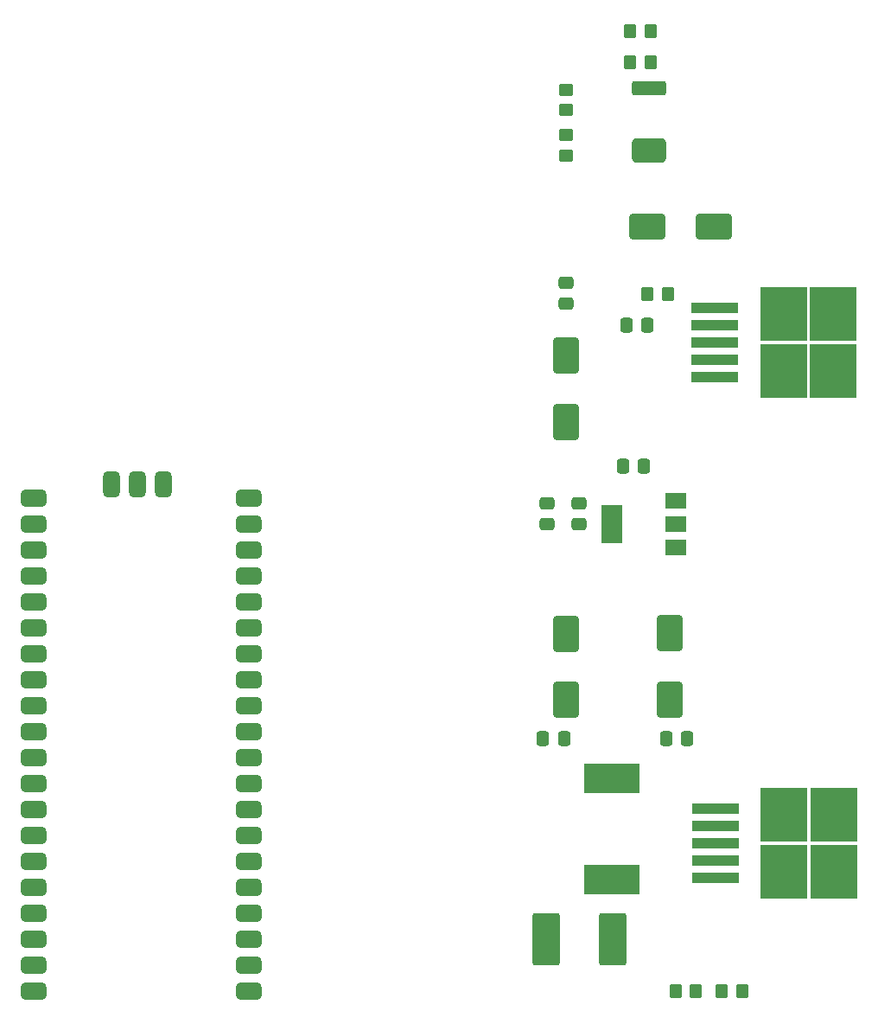
<source format=gbr>
%TF.GenerationSoftware,KiCad,Pcbnew,6.0.5*%
%TF.CreationDate,2022-06-21T11:31:31-03:00*%
%TF.ProjectId,trekking,7472656b-6b69-46e6-972e-6b696361645f,rev?*%
%TF.SameCoordinates,Original*%
%TF.FileFunction,Paste,Top*%
%TF.FilePolarity,Positive*%
%FSLAX46Y46*%
G04 Gerber Fmt 4.6, Leading zero omitted, Abs format (unit mm)*
G04 Created by KiCad (PCBNEW 6.0.5) date 2022-06-21 11:31:31*
%MOMM*%
%LPD*%
G01*
G04 APERTURE LIST*
G04 Aperture macros list*
%AMRoundRect*
0 Rectangle with rounded corners*
0 $1 Rounding radius*
0 $2 $3 $4 $5 $6 $7 $8 $9 X,Y pos of 4 corners*
0 Add a 4 corners polygon primitive as box body*
4,1,4,$2,$3,$4,$5,$6,$7,$8,$9,$2,$3,0*
0 Add four circle primitives for the rounded corners*
1,1,$1+$1,$2,$3*
1,1,$1+$1,$4,$5*
1,1,$1+$1,$6,$7*
1,1,$1+$1,$8,$9*
0 Add four rect primitives between the rounded corners*
20,1,$1+$1,$2,$3,$4,$5,0*
20,1,$1+$1,$4,$5,$6,$7,0*
20,1,$1+$1,$6,$7,$8,$9,0*
20,1,$1+$1,$8,$9,$2,$3,0*%
G04 Aperture macros list end*
%ADD10RoundRect,0.250000X0.350000X0.450000X-0.350000X0.450000X-0.350000X-0.450000X0.350000X-0.450000X0*%
%ADD11RoundRect,0.250000X0.337500X0.475000X-0.337500X0.475000X-0.337500X-0.475000X0.337500X-0.475000X0*%
%ADD12RoundRect,0.250001X1.074999X2.324999X-1.074999X2.324999X-1.074999X-2.324999X1.074999X-2.324999X0*%
%ADD13RoundRect,0.250000X-0.350000X-0.450000X0.350000X-0.450000X0.350000X0.450000X-0.350000X0.450000X0*%
%ADD14RoundRect,0.250000X-0.337500X-0.475000X0.337500X-0.475000X0.337500X0.475000X-0.337500X0.475000X0*%
%ADD15RoundRect,0.250000X0.475000X-0.337500X0.475000X0.337500X-0.475000X0.337500X-0.475000X-0.337500X0*%
%ADD16R,2.000000X1.500000*%
%ADD17R,2.000000X3.800000*%
%ADD18RoundRect,0.250000X-1.000000X1.500000X-1.000000X-1.500000X1.000000X-1.500000X1.000000X1.500000X0*%
%ADD19RoundRect,0.249999X-1.425001X0.450001X-1.425001X-0.450001X1.425001X-0.450001X1.425001X0.450001X0*%
%ADD20RoundRect,0.428570X-1.246430X0.771430X-1.246430X-0.771430X1.246430X-0.771430X1.246430X0.771430X0*%
%ADD21R,5.400000X2.900000*%
%ADD22RoundRect,0.250000X-1.500000X-1.000000X1.500000X-1.000000X1.500000X1.000000X-1.500000X1.000000X0*%
%ADD23RoundRect,0.412500X0.837500X0.412500X-0.837500X0.412500X-0.837500X-0.412500X0.837500X-0.412500X0*%
%ADD24RoundRect,0.412500X-0.412500X0.837500X-0.412500X-0.837500X0.412500X-0.837500X0.412500X0.837500X0*%
%ADD25RoundRect,0.250000X1.000000X-1.500000X1.000000X1.500000X-1.000000X1.500000X-1.000000X-1.500000X0*%
%ADD26RoundRect,0.250000X-0.450000X0.350000X-0.450000X-0.350000X0.450000X-0.350000X0.450000X0.350000X0*%
%ADD27R,4.550000X5.250000*%
%ADD28R,4.600000X1.100000*%
G04 APERTURE END LIST*
D10*
%TO.C,R2*%
X119380000Y-152400000D03*
X117380000Y-152400000D03*
%TD*%
D11*
%TO.C,C2*%
X114621000Y-87200000D03*
X112546000Y-87200000D03*
%TD*%
D12*
%TO.C,D1*%
X111225000Y-147320000D03*
X104675000Y-147320000D03*
%TD*%
D13*
%TO.C,R3*%
X121920000Y-152400000D03*
X123920000Y-152400000D03*
%TD*%
%TO.C,R5*%
X112905000Y-58420000D03*
X114905000Y-58420000D03*
%TD*%
%TO.C,R1*%
X114637000Y-84152000D03*
X116637000Y-84152000D03*
%TD*%
D14*
%TO.C,C3*%
X116437500Y-127635000D03*
X118512500Y-127635000D03*
%TD*%
D15*
%TO.C,C8*%
X106680000Y-85090000D03*
X106680000Y-83015000D03*
%TD*%
D16*
%TO.C,U2*%
X117425000Y-108980000D03*
X117425000Y-106680000D03*
D17*
X111125000Y-106680000D03*
D16*
X117425000Y-104380000D03*
%TD*%
D18*
%TO.C,C9*%
X106680000Y-90170000D03*
X106680000Y-96670000D03*
%TD*%
D19*
%TO.C,R6*%
X114808000Y-64006000D03*
D20*
X114808000Y-70106000D03*
%TD*%
D15*
%TO.C,C6*%
X107925000Y-106680000D03*
X107925000Y-104605000D03*
%TD*%
D10*
%TO.C,R4*%
X114937000Y-61468000D03*
X112937000Y-61468000D03*
%TD*%
D21*
%TO.C,L1*%
X111125000Y-141475000D03*
X111125000Y-131575000D03*
%TD*%
D22*
%TO.C,C4*%
X114621000Y-77548000D03*
X121121000Y-77548000D03*
%TD*%
D23*
%TO.C,U1*%
X75565000Y-152400000D03*
X75565000Y-149860000D03*
X75565000Y-147320000D03*
X75565000Y-144780000D03*
X75565000Y-142240000D03*
X75565000Y-139700000D03*
X75565000Y-137160000D03*
X75565000Y-134620000D03*
X75565000Y-132080000D03*
X75565000Y-129540000D03*
X75565000Y-127000000D03*
X75565000Y-124460000D03*
X75565000Y-121920000D03*
X75565000Y-119380000D03*
X75565000Y-116840000D03*
X75565000Y-114300000D03*
X75565000Y-111760000D03*
X75565000Y-109220000D03*
X75565000Y-106680000D03*
X75565000Y-104140000D03*
X54483000Y-104140000D03*
X54483000Y-106680000D03*
X54483000Y-109220000D03*
X54483000Y-111760000D03*
X54483000Y-114300000D03*
X54483000Y-116840000D03*
X54483000Y-119380000D03*
X54483000Y-121920000D03*
X54483000Y-124460000D03*
X54483000Y-127000000D03*
X54483000Y-129540000D03*
X54483000Y-132080000D03*
X54483000Y-134620000D03*
X54483000Y-137160000D03*
X54483000Y-139700000D03*
X54483000Y-142240000D03*
X54483000Y-144780000D03*
X54483000Y-147320000D03*
X54483000Y-149860000D03*
X54483000Y-152400000D03*
D24*
X67183000Y-102743000D03*
X64643000Y-102743000D03*
X62103000Y-102743000D03*
%TD*%
D11*
%TO.C,C1*%
X114300000Y-100965000D03*
X112225000Y-100965000D03*
%TD*%
D25*
%TO.C,C5*%
X116840000Y-123825000D03*
X116840000Y-117325000D03*
%TD*%
D26*
%TO.C,R7*%
X106680000Y-64135000D03*
X106680000Y-66135000D03*
%TD*%
%TO.C,R8*%
X106680000Y-68580000D03*
X106680000Y-70580000D03*
%TD*%
D15*
%TO.C,C7*%
X104750000Y-106680000D03*
X104750000Y-104605000D03*
%TD*%
D27*
%TO.C,U4*%
X128016000Y-135166000D03*
X128016000Y-140716000D03*
X132866000Y-140716000D03*
X132866000Y-135166000D03*
D28*
X121291000Y-134541000D03*
X121291000Y-136241000D03*
X121291000Y-137941000D03*
X121291000Y-139641000D03*
X121291000Y-141341000D03*
%TD*%
D27*
%TO.C,U3*%
X127950000Y-91675000D03*
X132800000Y-86125000D03*
X132800000Y-91675000D03*
X127950000Y-86125000D03*
D28*
X121225000Y-85500000D03*
X121225000Y-87200000D03*
X121225000Y-88900000D03*
X121225000Y-90600000D03*
X121225000Y-92300000D03*
%TD*%
D11*
%TO.C,C10*%
X106447500Y-127635000D03*
X104372500Y-127635000D03*
%TD*%
D25*
%TO.C,C11*%
X106680000Y-123900000D03*
X106680000Y-117400000D03*
%TD*%
M02*

</source>
